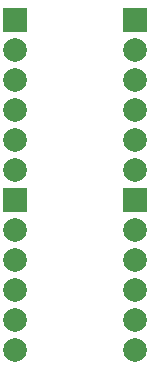
<source format=gbs>
G04*
G04 #@! TF.GenerationSoftware,Altium Limited,Altium Designer,21.2.2 (38)*
G04*
G04 Layer_Color=16711935*
%FSAX44Y44*%
%MOMM*%
G71*
G04*
G04 #@! TF.SameCoordinates,B3D4D19D-0097-4332-AE52-39C81B215F30*
G04*
G04*
G04 #@! TF.FilePolarity,Negative*
G04*
G01*
G75*
%ADD14C,2.0032*%
%ADD15R,2.0032X2.0032*%
D14*
X00374650Y00425450D02*
D03*
Y00450850D02*
D03*
X00374650Y00476250D02*
D03*
X00374650Y00527050D02*
D03*
X00374650Y00501650D02*
D03*
X00374650Y00273050D02*
D03*
Y00298450D02*
D03*
X00374650Y00323850D02*
D03*
X00374650Y00374650D02*
D03*
X00374650Y00349250D02*
D03*
X00273050Y00425450D02*
D03*
X00273050Y00450850D02*
D03*
X00273050Y00476250D02*
D03*
X00273050Y00527050D02*
D03*
Y00501650D02*
D03*
X00273050Y00273050D02*
D03*
Y00298450D02*
D03*
X00273050Y00323850D02*
D03*
X00273050Y00374650D02*
D03*
X00273050Y00349250D02*
D03*
D15*
X00374650Y00552450D02*
D03*
Y00400050D02*
D03*
X00273050Y00552450D02*
D03*
X00273050Y00400050D02*
D03*
M02*

</source>
